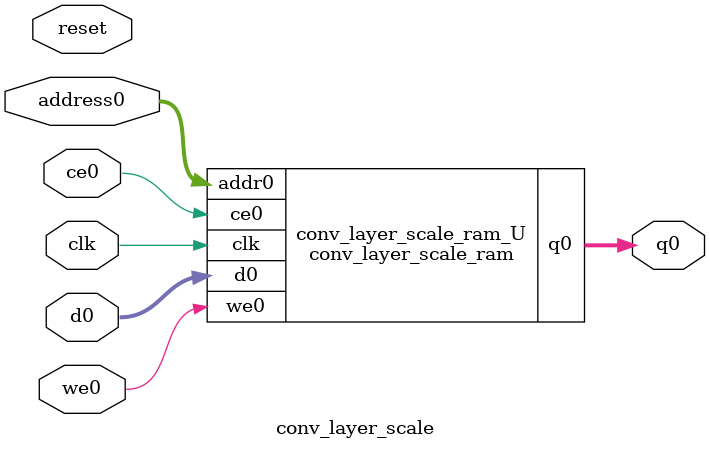
<source format=v>
`timescale 1 ns / 1 ps
module conv_layer_scale_ram (addr0, ce0, d0, we0, q0,  clk);

parameter DWIDTH = 2048;
parameter AWIDTH = 5;
parameter MEM_SIZE = 32;

input[AWIDTH-1:0] addr0;
input ce0;
input[DWIDTH-1:0] d0;
input we0;
output reg[DWIDTH-1:0] q0;
input clk;

(* ram_style = "block" *)reg [DWIDTH-1:0] ram[0:MEM_SIZE-1];




always @(posedge clk)  
begin 
    if (ce0) 
    begin
        if (we0) 
        begin 
            ram[addr0] <= d0; 
        end 
        q0 <= ram[addr0];
    end
end


endmodule

`timescale 1 ns / 1 ps
module conv_layer_scale(
    reset,
    clk,
    address0,
    ce0,
    we0,
    d0,
    q0);

parameter DataWidth = 32'd2048;
parameter AddressRange = 32'd32;
parameter AddressWidth = 32'd5;
input reset;
input clk;
input[AddressWidth - 1:0] address0;
input ce0;
input we0;
input[DataWidth - 1:0] d0;
output[DataWidth - 1:0] q0;



conv_layer_scale_ram conv_layer_scale_ram_U(
    .clk( clk ),
    .addr0( address0 ),
    .ce0( ce0 ),
    .we0( we0 ),
    .d0( d0 ),
    .q0( q0 ));

endmodule


</source>
